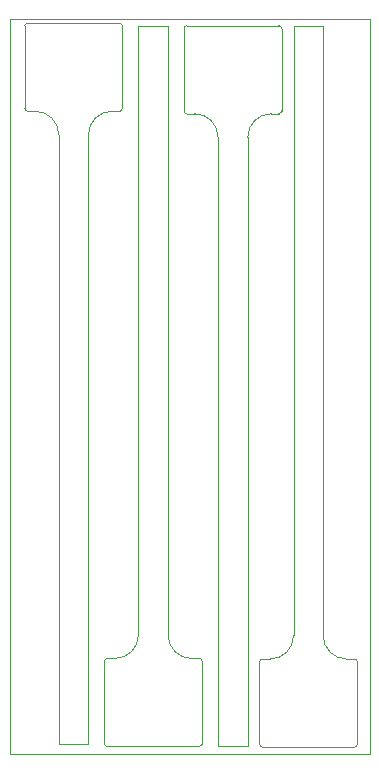
<source format=gbr>
G04 #@! TF.GenerationSoftware,KiCad,Pcbnew,(5.1.5)-3*
G04 #@! TF.CreationDate,2021-03-18T13:28:47-04:00*
G04 #@! TF.ProjectId,LED_Harness_3x2_GREEN,4c45445f-4861-4726-9e65-73735f337832,rev?*
G04 #@! TF.SameCoordinates,Original*
G04 #@! TF.FileFunction,Profile,NP*
%FSLAX46Y46*%
G04 Gerber Fmt 4.6, Leading zero omitted, Abs format (unit mm)*
G04 Created by KiCad (PCBNEW (5.1.5)-3) date 2021-03-18 13:28:47*
%MOMM*%
%LPD*%
G04 APERTURE LIST*
%ADD10C,0.100000*%
G04 APERTURE END LIST*
D10*
X153670000Y-78740000D02*
X153670000Y-140970000D01*
X123190000Y-78740000D02*
X153670000Y-78740000D01*
X123190000Y-140970000D02*
X123190000Y-78740000D01*
X153670000Y-140970000D02*
X123190000Y-140970000D01*
X144344185Y-133181000D02*
G75*
G02X144594185Y-132931000I250000J0D01*
G01*
X147233000Y-130931000D02*
G75*
G02X145233000Y-132931000I-2000000J0D01*
G01*
X152621814Y-140135800D02*
G75*
G02X152371814Y-140385800I-250000J0D01*
G01*
X152371814Y-140385800D02*
X144594185Y-140385800D01*
X144344185Y-140135800D02*
X144344185Y-139983400D01*
X144344185Y-133181000D02*
X144344185Y-133333400D01*
X149733000Y-79349600D02*
X149733000Y-82931000D01*
X149733000Y-79349600D02*
X147233000Y-79349600D01*
X152621814Y-133333400D02*
X152621814Y-133181000D01*
X144344185Y-139983400D02*
X144344185Y-133333400D01*
X152371814Y-132931000D02*
G75*
G02X152621814Y-133181000I0J-250000D01*
G01*
X147233000Y-130931000D02*
X147233000Y-82931000D01*
X152621814Y-133333400D02*
X152621814Y-139983400D01*
X151733000Y-132931000D02*
X152371814Y-132931000D01*
X152621814Y-139983400D02*
X152621814Y-140135800D01*
X149733000Y-130931000D02*
X149733000Y-82931000D01*
X147233000Y-82931000D02*
X147233000Y-79349600D01*
X151733000Y-132931000D02*
G75*
G02X149733000Y-130931000I0J2000000D01*
G01*
X144594185Y-140385800D02*
G75*
G02X144344185Y-140135800I0J250000D01*
G01*
X145233000Y-132931000D02*
X144594185Y-132931000D01*
X138204186Y-79298800D02*
X145981815Y-79298800D01*
X140843000Y-140335000D02*
X143343000Y-140335000D01*
X146231815Y-86503600D02*
G75*
G02X145981815Y-86753600I-250000J0D01*
G01*
X143343000Y-88753600D02*
G75*
G02X145343000Y-86753600I2000000J0D01*
G01*
X137954186Y-79548800D02*
G75*
G02X138204186Y-79298800I250000J0D01*
G01*
X140843000Y-140335000D02*
X140843000Y-136753600D01*
X146231815Y-86503600D02*
X146231815Y-86351200D01*
X146231815Y-79548800D02*
X146231815Y-79701200D01*
X137954186Y-79701200D02*
X137954186Y-79548800D01*
X137954186Y-86351200D02*
X137954186Y-79701200D01*
X146231815Y-79701200D02*
X146231815Y-86351200D01*
X138204186Y-86753600D02*
G75*
G02X137954186Y-86503600I0J250000D01*
G01*
X138843000Y-86753600D02*
X138204186Y-86753600D01*
X143343000Y-136753600D02*
X143343000Y-140335000D01*
X143343000Y-88753600D02*
X143343000Y-136753600D01*
X140843000Y-88753600D02*
X140843000Y-136753600D01*
X138843000Y-86753600D02*
G75*
G02X140843000Y-88753600I0J-2000000D01*
G01*
X145981815Y-79298800D02*
G75*
G02X146231815Y-79548800I0J-250000D01*
G01*
X137954186Y-86351200D02*
X137954186Y-86503600D01*
X145343000Y-86753600D02*
X145981815Y-86753600D01*
X139490014Y-133282600D02*
X139490014Y-133130200D01*
X131462385Y-140335000D02*
G75*
G02X131212385Y-140085000I0J250000D01*
G01*
X139490014Y-133282600D02*
X139490014Y-139932600D01*
X139240014Y-132880200D02*
G75*
G02X139490014Y-133130200I0J-250000D01*
G01*
X131212385Y-139932600D02*
X131212385Y-133282600D01*
X134101200Y-130880200D02*
X134101200Y-82880200D01*
X134101200Y-82880200D02*
X134101200Y-79298800D01*
X138601200Y-132880200D02*
X139240014Y-132880200D01*
X132101200Y-132880200D02*
X131462385Y-132880200D01*
X136601200Y-130880200D02*
X136601200Y-82880200D01*
X138601200Y-132880200D02*
G75*
G02X136601200Y-130880200I0J2000000D01*
G01*
X139240014Y-140335000D02*
X131462385Y-140335000D01*
X136601200Y-79298800D02*
X134101200Y-79298800D01*
X131212385Y-133130200D02*
G75*
G02X131462385Y-132880200I250000J0D01*
G01*
X134101200Y-130880200D02*
G75*
G02X132101200Y-132880200I-2000000J0D01*
G01*
X139490014Y-140085000D02*
G75*
G02X139240014Y-140335000I-250000J0D01*
G01*
X136601200Y-79298800D02*
X136601200Y-82880200D01*
X131212385Y-133130200D02*
X131212385Y-133282600D01*
X131212385Y-140085000D02*
X131212385Y-139932600D01*
X139490014Y-139932600D02*
X139490014Y-140085000D01*
X124466786Y-79498000D02*
X124466786Y-79345600D01*
X132744415Y-79345600D02*
X132744415Y-79498000D01*
X132744415Y-86300400D02*
X132744415Y-86148000D01*
X124466786Y-86148000D02*
X124466786Y-86300400D01*
X127355600Y-140131800D02*
X127355600Y-136550400D01*
X129855600Y-136550400D02*
X129855600Y-140131800D01*
X124466786Y-86148000D02*
X124466786Y-79498000D01*
X124716786Y-86550400D02*
G75*
G02X124466786Y-86300400I0J250000D01*
G01*
X125355600Y-86550400D02*
G75*
G02X127355600Y-88550400I0J-2000000D01*
G01*
X125355600Y-86550400D02*
X124716786Y-86550400D01*
X124716786Y-79095600D02*
X132494415Y-79095600D01*
X131855600Y-86550400D02*
X132494415Y-86550400D01*
X129855600Y-88550400D02*
X129855600Y-136550400D01*
X132494415Y-79095600D02*
G75*
G02X132744415Y-79345600I0J-250000D01*
G01*
X132744415Y-79498000D02*
X132744415Y-86148000D01*
X124466786Y-79345600D02*
G75*
G02X124716786Y-79095600I250000J0D01*
G01*
X129855600Y-88550400D02*
G75*
G02X131855600Y-86550400I2000000J0D01*
G01*
X127355600Y-88550400D02*
X127355600Y-136550400D01*
X132744415Y-86300400D02*
G75*
G02X132494415Y-86550400I-250000J0D01*
G01*
X127355600Y-140131800D02*
X129855600Y-140131800D01*
M02*

</source>
